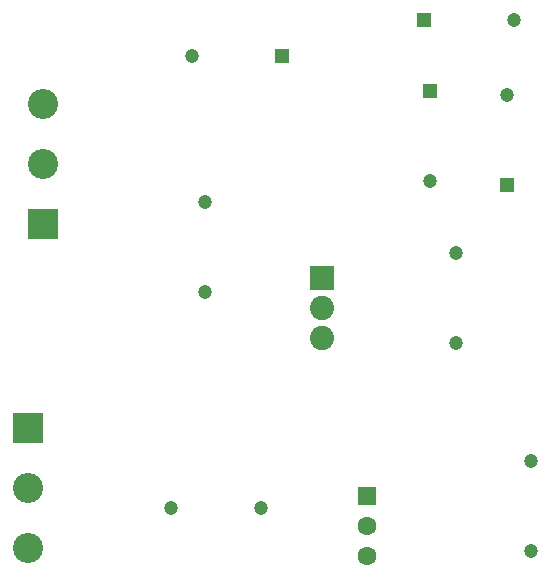
<source format=gtl>
G04*
G04 #@! TF.GenerationSoftware,Altium Limited,Altium Designer,22.4.2 (48)*
G04*
G04 Layer_Physical_Order=1*
G04 Layer_Color=255*
%FSLAX25Y25*%
%MOIN*%
G70*
G04*
G04 #@! TF.SameCoordinates,86ED126B-1A43-4ADE-9BAE-4DEA70944F59*
G04*
G04*
G04 #@! TF.FilePolarity,Positive*
G04*
G01*
G75*
%ADD20C,0.08071*%
%ADD21R,0.08071X0.08071*%
%ADD22C,0.04724*%
%ADD23R,0.04724X0.04724*%
%ADD24R,0.04724X0.04724*%
%ADD25C,0.02165*%
%ADD26R,0.06299X0.06299*%
%ADD27C,0.06299*%
%ADD28C,0.10039*%
%ADD29R,0.10039X0.10039*%
D20*
X139374Y105520D02*
D03*
Y115500D02*
D03*
D21*
Y125480D02*
D03*
D22*
X184000Y104000D02*
D03*
Y134000D02*
D03*
X89000Y49000D02*
D03*
X119000D02*
D03*
X201000Y186512D02*
D03*
X175500Y157988D02*
D03*
X100500Y151000D02*
D03*
Y121000D02*
D03*
X95988Y199500D02*
D03*
X203512Y211500D02*
D03*
X209000Y64500D02*
D03*
Y34500D02*
D03*
D23*
X201000Y156488D02*
D03*
X175500Y188012D02*
D03*
D24*
X126012Y199500D02*
D03*
X173488Y211500D02*
D03*
D25*
X200307Y186512D02*
X201000D01*
D26*
X154500Y53000D02*
D03*
D27*
Y43000D02*
D03*
Y33000D02*
D03*
D28*
X41500Y35500D02*
D03*
Y55500D02*
D03*
X46500Y163500D02*
D03*
Y183500D02*
D03*
D29*
X41500Y75500D02*
D03*
X46500Y143500D02*
D03*
M02*

</source>
